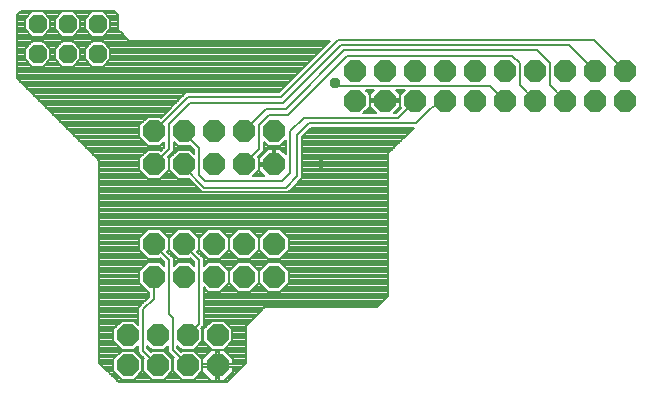
<source format=gtl>
G75*
G70*
%OFA0B0*%
%FSLAX24Y24*%
%IPPOS*%
%LPD*%
%AMOC8*
5,1,8,0,0,1.08239X$1,22.5*
%
%ADD10OC8,0.0614*%
%ADD11OC8,0.0740*%
%ADD12C,0.0080*%
%ADD13C,0.0376*%
%ADD14C,0.0290*%
D10*
X001015Y011265D03*
X002015Y011265D03*
X003015Y011265D03*
X003015Y012265D03*
X002015Y012265D03*
X001015Y012265D03*
D11*
X004890Y008690D03*
X005890Y008690D03*
X006890Y008690D03*
X007890Y008690D03*
X008890Y008690D03*
X008890Y007590D03*
X007890Y007590D03*
X006890Y007590D03*
X005890Y007590D03*
X004890Y007590D03*
X004890Y004940D03*
X005890Y004940D03*
X006890Y004940D03*
X007890Y004940D03*
X008890Y004940D03*
X008890Y003840D03*
X007890Y003840D03*
X006890Y003840D03*
X005890Y003840D03*
X004890Y003840D03*
X005015Y001890D03*
X006015Y001890D03*
X007015Y001890D03*
X007015Y000890D03*
X006015Y000890D03*
X005015Y000890D03*
X004015Y000890D03*
X004015Y001890D03*
X011597Y009712D03*
X012597Y009712D03*
X013597Y009712D03*
X014597Y009712D03*
X015597Y009712D03*
X016597Y009712D03*
X017597Y009712D03*
X018597Y009712D03*
X019597Y009712D03*
X020597Y009712D03*
X020597Y010712D03*
X019597Y010712D03*
X018597Y010712D03*
X017597Y010712D03*
X016597Y010712D03*
X015597Y010712D03*
X014597Y010712D03*
X013597Y010712D03*
X012597Y010712D03*
X011597Y010712D03*
D12*
X003070Y007715D02*
X003070Y000965D01*
X003715Y000320D01*
X007315Y000320D01*
X007960Y000965D01*
X007960Y002215D01*
X008460Y002715D01*
X008460Y002715D01*
X008565Y002820D01*
X012315Y002820D01*
X012710Y003215D01*
X012710Y007965D01*
X013550Y008805D01*
X010131Y008805D01*
X009825Y008499D01*
X009825Y007124D01*
X009450Y006749D01*
X009356Y006655D01*
X006499Y006655D01*
X006054Y007100D01*
X005687Y007100D01*
X005400Y007387D01*
X005400Y007793D01*
X005687Y008080D01*
X006093Y008080D01*
X006230Y007943D01*
X006230Y008074D01*
X006098Y008205D01*
X006093Y008200D01*
X005687Y008200D01*
X005550Y008337D01*
X005550Y008024D01*
X005456Y007930D01*
X005456Y007930D01*
X005350Y007823D01*
X005380Y007793D01*
X005380Y007387D01*
X005093Y007100D01*
X004687Y007100D01*
X004400Y007387D01*
X004400Y007793D01*
X004687Y008080D01*
X005093Y008080D01*
X005123Y008050D01*
X005230Y008156D01*
X005230Y008337D01*
X005093Y008200D01*
X004687Y008200D01*
X004400Y008487D01*
X004400Y008893D01*
X004687Y009180D01*
X005093Y009180D01*
X005123Y009150D01*
X005974Y010000D01*
X009049Y010000D01*
X010759Y011710D01*
X004065Y011710D01*
X003960Y011815D01*
X003960Y011815D01*
X003815Y011960D01*
X003710Y012065D01*
X003710Y012565D01*
X003565Y012710D01*
X000465Y012710D01*
X000320Y012565D01*
X000320Y010465D01*
X002965Y007820D01*
X003070Y007715D01*
X003070Y007676D02*
X004400Y007676D01*
X004400Y007598D02*
X003070Y007598D01*
X003070Y007519D02*
X004400Y007519D01*
X004400Y007441D02*
X003070Y007441D01*
X003070Y007362D02*
X004425Y007362D01*
X004504Y007284D02*
X003070Y007284D01*
X003070Y007205D02*
X004582Y007205D01*
X004661Y007127D02*
X003070Y007127D01*
X003070Y007048D02*
X006106Y007048D01*
X006184Y006970D02*
X003070Y006970D01*
X003070Y006891D02*
X006263Y006891D01*
X006341Y006813D02*
X003070Y006813D01*
X003070Y006734D02*
X006420Y006734D01*
X006498Y006656D02*
X003070Y006656D01*
X003070Y006577D02*
X012710Y006577D01*
X012710Y006499D02*
X003070Y006499D01*
X003070Y006420D02*
X012710Y006420D01*
X012710Y006342D02*
X003070Y006342D01*
X003070Y006263D02*
X012710Y006263D01*
X012710Y006185D02*
X003070Y006185D01*
X003070Y006106D02*
X012710Y006106D01*
X012710Y006028D02*
X003070Y006028D01*
X003070Y005949D02*
X012710Y005949D01*
X012710Y005871D02*
X003070Y005871D01*
X003070Y005792D02*
X012710Y005792D01*
X012710Y005714D02*
X003070Y005714D01*
X003070Y005635D02*
X012710Y005635D01*
X012710Y005557D02*
X003070Y005557D01*
X003070Y005478D02*
X012710Y005478D01*
X012710Y005400D02*
X009123Y005400D01*
X009093Y005430D02*
X008687Y005430D01*
X008400Y005143D01*
X008400Y004737D01*
X008687Y004450D01*
X009093Y004450D01*
X009380Y004737D01*
X009380Y005143D01*
X009093Y005430D01*
X009202Y005321D02*
X012710Y005321D01*
X012710Y005243D02*
X009280Y005243D01*
X009359Y005164D02*
X012710Y005164D01*
X012710Y005086D02*
X009380Y005086D01*
X009380Y005007D02*
X012710Y005007D01*
X012710Y004929D02*
X009380Y004929D01*
X009380Y004850D02*
X012710Y004850D01*
X012710Y004772D02*
X009380Y004772D01*
X009336Y004693D02*
X012710Y004693D01*
X012710Y004615D02*
X009257Y004615D01*
X009179Y004536D02*
X012710Y004536D01*
X012710Y004458D02*
X009100Y004458D01*
X009093Y004330D02*
X008687Y004330D01*
X008400Y004043D01*
X008400Y003637D01*
X008687Y003350D01*
X009093Y003350D01*
X009380Y003637D01*
X009380Y004043D01*
X009093Y004330D01*
X009122Y004301D02*
X012710Y004301D01*
X012710Y004379D02*
X006550Y004379D01*
X006550Y004456D02*
X006550Y004193D01*
X006687Y004330D01*
X007093Y004330D01*
X007380Y004043D01*
X007380Y003637D01*
X007093Y003350D01*
X006687Y003350D01*
X006550Y003487D01*
X006550Y002199D01*
X006475Y002123D01*
X006505Y002093D01*
X006505Y001687D01*
X006218Y001400D01*
X005812Y001400D01*
X005675Y001537D01*
X005675Y001456D01*
X005782Y001350D01*
X005812Y001380D01*
X006218Y001380D01*
X006505Y001093D01*
X006505Y000687D01*
X006218Y000400D01*
X005812Y000400D01*
X005525Y000687D01*
X005525Y001093D01*
X005555Y001123D01*
X005449Y001230D01*
X005355Y001324D01*
X005355Y001537D01*
X005218Y001400D01*
X004812Y001400D01*
X004675Y001537D01*
X004675Y001456D01*
X004700Y001431D01*
X004782Y001350D01*
X004812Y001380D01*
X005218Y001380D01*
X005505Y001093D01*
X005505Y000687D01*
X005218Y000400D01*
X004812Y000400D01*
X004525Y000687D01*
X004525Y001093D01*
X004555Y001123D01*
X004474Y001205D01*
X004355Y001324D01*
X004355Y001537D01*
X004218Y001400D01*
X003812Y001400D01*
X003525Y001687D01*
X003525Y002093D01*
X003812Y002380D01*
X004218Y002380D01*
X004355Y002243D01*
X004355Y002806D01*
X004449Y002900D01*
X004474Y002925D01*
X004730Y003181D01*
X004730Y003350D01*
X004687Y003350D01*
X004400Y003637D01*
X004400Y004043D01*
X004687Y004330D01*
X005093Y004330D01*
X005230Y004193D01*
X005230Y004324D01*
X005098Y004455D01*
X005093Y004450D01*
X004687Y004450D01*
X004400Y004737D01*
X004400Y005143D01*
X004687Y005430D01*
X005093Y005430D01*
X005380Y005143D01*
X005380Y004737D01*
X005325Y004682D01*
X005550Y004456D01*
X005550Y004193D01*
X005687Y004330D01*
X006093Y004330D01*
X006230Y004193D01*
X006230Y004324D01*
X006098Y004455D01*
X006093Y004450D01*
X005687Y004450D01*
X005400Y004737D01*
X005400Y005143D01*
X005687Y005430D01*
X006093Y005430D01*
X006380Y005143D01*
X006380Y004737D01*
X006325Y004682D01*
X006550Y004456D01*
X006549Y004458D02*
X006680Y004458D01*
X006687Y004450D02*
X007093Y004450D01*
X007380Y004737D01*
X007380Y005143D01*
X007093Y005430D01*
X006687Y005430D01*
X006400Y005143D01*
X006400Y004737D01*
X006687Y004450D01*
X006601Y004536D02*
X006470Y004536D01*
X006523Y004615D02*
X006392Y004615D01*
X006444Y004693D02*
X006336Y004693D01*
X006380Y004772D02*
X006400Y004772D01*
X006400Y004850D02*
X006380Y004850D01*
X006380Y004929D02*
X006400Y004929D01*
X006400Y005007D02*
X006380Y005007D01*
X006380Y005086D02*
X006400Y005086D01*
X006421Y005164D02*
X006359Y005164D01*
X006280Y005243D02*
X006500Y005243D01*
X006578Y005321D02*
X006202Y005321D01*
X006123Y005400D02*
X006657Y005400D01*
X007123Y005400D02*
X007657Y005400D01*
X007687Y005430D02*
X007400Y005143D01*
X007400Y004737D01*
X007687Y004450D01*
X008093Y004450D01*
X008380Y004737D01*
X008380Y005143D01*
X008093Y005430D01*
X007687Y005430D01*
X007578Y005321D02*
X007202Y005321D01*
X007280Y005243D02*
X007500Y005243D01*
X007421Y005164D02*
X007359Y005164D01*
X007380Y005086D02*
X007400Y005086D01*
X007400Y005007D02*
X007380Y005007D01*
X007380Y004929D02*
X007400Y004929D01*
X007400Y004850D02*
X007380Y004850D01*
X007380Y004772D02*
X007400Y004772D01*
X007444Y004693D02*
X007336Y004693D01*
X007257Y004615D02*
X007523Y004615D01*
X007601Y004536D02*
X007179Y004536D01*
X007100Y004458D02*
X007680Y004458D01*
X007687Y004330D02*
X007400Y004043D01*
X007400Y003637D01*
X007687Y003350D01*
X008093Y003350D01*
X008380Y003637D01*
X008380Y004043D01*
X008093Y004330D01*
X007687Y004330D01*
X007658Y004301D02*
X007122Y004301D01*
X007201Y004222D02*
X007579Y004222D01*
X007501Y004144D02*
X007279Y004144D01*
X007358Y004065D02*
X007422Y004065D01*
X007400Y003987D02*
X007380Y003987D01*
X007380Y003908D02*
X007400Y003908D01*
X007400Y003830D02*
X007380Y003830D01*
X007380Y003751D02*
X007400Y003751D01*
X007400Y003673D02*
X007380Y003673D01*
X007337Y003594D02*
X007443Y003594D01*
X007522Y003516D02*
X007258Y003516D01*
X007180Y003437D02*
X007600Y003437D01*
X007679Y003359D02*
X007101Y003359D01*
X006679Y003359D02*
X006550Y003359D01*
X006550Y003437D02*
X006600Y003437D01*
X006550Y003280D02*
X012710Y003280D01*
X012710Y003359D02*
X009101Y003359D01*
X009180Y003437D02*
X012710Y003437D01*
X012710Y003516D02*
X009258Y003516D01*
X009337Y003594D02*
X012710Y003594D01*
X012710Y003673D02*
X009380Y003673D01*
X009380Y003751D02*
X012710Y003751D01*
X012710Y003830D02*
X009380Y003830D01*
X009380Y003908D02*
X012710Y003908D01*
X012710Y003987D02*
X009380Y003987D01*
X009358Y004065D02*
X012710Y004065D01*
X012710Y004144D02*
X009279Y004144D01*
X009201Y004222D02*
X012710Y004222D01*
X012697Y003202D02*
X006550Y003202D01*
X006550Y003123D02*
X012618Y003123D01*
X012540Y003045D02*
X006550Y003045D01*
X006550Y002966D02*
X012461Y002966D01*
X012383Y002888D02*
X006550Y002888D01*
X006550Y002809D02*
X008554Y002809D01*
X008476Y002731D02*
X006550Y002731D01*
X006550Y002652D02*
X008397Y002652D01*
X008319Y002574D02*
X006550Y002574D01*
X006550Y002495D02*
X008240Y002495D01*
X008162Y002417D02*
X006550Y002417D01*
X006550Y002338D02*
X006770Y002338D01*
X006812Y002380D02*
X006525Y002093D01*
X006525Y001687D01*
X006812Y001400D01*
X007218Y001400D01*
X007505Y001687D01*
X007505Y002093D01*
X007218Y002380D01*
X006812Y002380D01*
X006692Y002260D02*
X006550Y002260D01*
X006532Y002181D02*
X006613Y002181D01*
X006535Y002103D02*
X006495Y002103D01*
X006505Y002024D02*
X006525Y002024D01*
X006525Y001946D02*
X006505Y001946D01*
X006505Y001867D02*
X006525Y001867D01*
X006525Y001789D02*
X006505Y001789D01*
X006505Y001710D02*
X006525Y001710D01*
X006581Y001632D02*
X006449Y001632D01*
X006371Y001553D02*
X006659Y001553D01*
X006738Y001475D02*
X006292Y001475D01*
X006280Y001318D02*
X006721Y001318D01*
X006800Y001396D02*
X005735Y001396D01*
X005738Y001475D02*
X005675Y001475D01*
X005515Y001390D02*
X005515Y002465D01*
X005390Y002590D01*
X005390Y004390D01*
X004890Y004890D01*
X004890Y004940D01*
X005380Y004929D02*
X005400Y004929D01*
X005400Y005007D02*
X005380Y005007D01*
X005380Y005086D02*
X005400Y005086D01*
X005421Y005164D02*
X005359Y005164D01*
X005280Y005243D02*
X005500Y005243D01*
X005578Y005321D02*
X005202Y005321D01*
X005123Y005400D02*
X005657Y005400D01*
X005890Y004940D02*
X005890Y004890D01*
X006390Y004390D01*
X006390Y002265D01*
X006015Y001890D01*
X005355Y001475D02*
X005292Y001475D01*
X005355Y001396D02*
X004735Y001396D01*
X004738Y001475D02*
X004675Y001475D01*
X004540Y001365D02*
X004515Y001390D01*
X004515Y001590D01*
X004515Y002740D01*
X004540Y002765D01*
X004890Y003115D01*
X004890Y003840D01*
X004400Y003830D02*
X003070Y003830D01*
X003070Y003908D02*
X004400Y003908D01*
X004400Y003987D02*
X003070Y003987D01*
X003070Y004065D02*
X004422Y004065D01*
X004501Y004144D02*
X003070Y004144D01*
X003070Y004222D02*
X004579Y004222D01*
X004658Y004301D02*
X003070Y004301D01*
X003070Y004379D02*
X005175Y004379D01*
X005122Y004301D02*
X005230Y004301D01*
X005230Y004222D02*
X005201Y004222D01*
X005550Y004222D02*
X005579Y004222D01*
X005550Y004301D02*
X005658Y004301D01*
X005550Y004379D02*
X006175Y004379D01*
X006122Y004301D02*
X006230Y004301D01*
X006230Y004222D02*
X006201Y004222D01*
X006550Y004222D02*
X006579Y004222D01*
X006550Y004301D02*
X006658Y004301D01*
X005680Y004458D02*
X005549Y004458D01*
X005601Y004536D02*
X005470Y004536D01*
X005523Y004615D02*
X005392Y004615D01*
X005444Y004693D02*
X005336Y004693D01*
X005380Y004772D02*
X005400Y004772D01*
X005400Y004850D02*
X005380Y004850D01*
X004680Y004458D02*
X003070Y004458D01*
X003070Y004536D02*
X004601Y004536D01*
X004523Y004615D02*
X003070Y004615D01*
X003070Y004693D02*
X004444Y004693D01*
X004400Y004772D02*
X003070Y004772D01*
X003070Y004850D02*
X004400Y004850D01*
X004400Y004929D02*
X003070Y004929D01*
X003070Y005007D02*
X004400Y005007D01*
X004400Y005086D02*
X003070Y005086D01*
X003070Y005164D02*
X004421Y005164D01*
X004500Y005243D02*
X003070Y005243D01*
X003070Y005321D02*
X004578Y005321D01*
X004657Y005400D02*
X003070Y005400D01*
X003070Y003751D02*
X004400Y003751D01*
X004400Y003673D02*
X003070Y003673D01*
X003070Y003594D02*
X004443Y003594D01*
X004522Y003516D02*
X003070Y003516D01*
X003070Y003437D02*
X004600Y003437D01*
X004679Y003359D02*
X003070Y003359D01*
X003070Y003280D02*
X004730Y003280D01*
X004730Y003202D02*
X003070Y003202D01*
X003070Y003123D02*
X004672Y003123D01*
X004593Y003045D02*
X003070Y003045D01*
X003070Y002966D02*
X004515Y002966D01*
X004436Y002888D02*
X003070Y002888D01*
X003070Y002809D02*
X004358Y002809D01*
X004355Y002731D02*
X003070Y002731D01*
X003070Y002652D02*
X004355Y002652D01*
X004355Y002574D02*
X003070Y002574D01*
X003070Y002495D02*
X004355Y002495D01*
X004355Y002417D02*
X003070Y002417D01*
X003070Y002338D02*
X003770Y002338D01*
X003692Y002260D02*
X003070Y002260D01*
X003070Y002181D02*
X003613Y002181D01*
X003535Y002103D02*
X003070Y002103D01*
X003070Y002024D02*
X003525Y002024D01*
X003525Y001946D02*
X003070Y001946D01*
X003070Y001867D02*
X003525Y001867D01*
X003525Y001789D02*
X003070Y001789D01*
X003070Y001710D02*
X003525Y001710D01*
X003581Y001632D02*
X003070Y001632D01*
X003070Y001553D02*
X003659Y001553D01*
X003738Y001475D02*
X003070Y001475D01*
X003070Y001396D02*
X004355Y001396D01*
X004355Y001475D02*
X004292Y001475D01*
X004218Y001380D02*
X003812Y001380D01*
X003525Y001093D01*
X003525Y000687D01*
X003812Y000400D01*
X004218Y000400D01*
X004505Y000687D01*
X004505Y001093D01*
X004218Y001380D01*
X004280Y001318D02*
X004361Y001318D01*
X004359Y001239D02*
X004440Y001239D01*
X004437Y001161D02*
X004518Y001161D01*
X004525Y001082D02*
X004505Y001082D01*
X004505Y001004D02*
X004525Y001004D01*
X004525Y000925D02*
X004505Y000925D01*
X004505Y000847D02*
X004525Y000847D01*
X004525Y000768D02*
X004505Y000768D01*
X004505Y000690D02*
X004525Y000690D01*
X004601Y000611D02*
X004429Y000611D01*
X004350Y000533D02*
X004680Y000533D01*
X004758Y000454D02*
X004272Y000454D01*
X003758Y000454D02*
X003581Y000454D01*
X003659Y000376D02*
X007371Y000376D01*
X007300Y000454D02*
X007449Y000454D01*
X007379Y000533D02*
X007528Y000533D01*
X007457Y000611D02*
X007606Y000611D01*
X007525Y000679D02*
X007525Y000850D01*
X007055Y000850D01*
X007055Y000930D01*
X007525Y000930D01*
X007525Y001101D01*
X007226Y001400D01*
X007055Y001400D01*
X007055Y000930D01*
X006975Y000930D01*
X006975Y001400D01*
X006804Y001400D01*
X006505Y001101D01*
X006505Y000930D01*
X006975Y000930D01*
X006975Y000850D01*
X007055Y000850D01*
X007055Y000380D01*
X007226Y000380D01*
X007525Y000679D01*
X007525Y000690D02*
X007685Y000690D01*
X007763Y000768D02*
X007525Y000768D01*
X007525Y000847D02*
X007842Y000847D01*
X007920Y000925D02*
X007055Y000925D01*
X007055Y000847D02*
X006975Y000847D01*
X006975Y000850D02*
X006975Y000380D01*
X006804Y000380D01*
X006505Y000679D01*
X006505Y000850D01*
X006975Y000850D01*
X006975Y000925D02*
X006505Y000925D01*
X006505Y000847D02*
X006505Y000847D01*
X006505Y000768D02*
X006505Y000768D01*
X006505Y000690D02*
X006505Y000690D01*
X006573Y000611D02*
X006429Y000611D01*
X006350Y000533D02*
X006651Y000533D01*
X006730Y000454D02*
X006272Y000454D01*
X006015Y000890D02*
X005515Y001390D01*
X005440Y001239D02*
X005359Y001239D01*
X005361Y001318D02*
X005280Y001318D01*
X005437Y001161D02*
X005518Y001161D01*
X005525Y001082D02*
X005505Y001082D01*
X005505Y001004D02*
X005525Y001004D01*
X005525Y000925D02*
X005505Y000925D01*
X005505Y000847D02*
X005525Y000847D01*
X005525Y000768D02*
X005505Y000768D01*
X005505Y000690D02*
X005525Y000690D01*
X005601Y000611D02*
X005429Y000611D01*
X005350Y000533D02*
X005680Y000533D01*
X005758Y000454D02*
X005272Y000454D01*
X005015Y000890D02*
X004540Y001365D01*
X003750Y001318D02*
X003070Y001318D01*
X003070Y001239D02*
X003671Y001239D01*
X003593Y001161D02*
X003070Y001161D01*
X003070Y001082D02*
X003525Y001082D01*
X003525Y001004D02*
X003070Y001004D01*
X003110Y000925D02*
X003525Y000925D01*
X003525Y000847D02*
X003188Y000847D01*
X003267Y000768D02*
X003525Y000768D01*
X003525Y000690D02*
X003345Y000690D01*
X003424Y000611D02*
X003601Y000611D01*
X003680Y000533D02*
X003502Y000533D01*
X004338Y002260D02*
X004355Y002260D01*
X004355Y002338D02*
X004260Y002338D01*
X006359Y001239D02*
X006643Y001239D01*
X006564Y001161D02*
X006437Y001161D01*
X006505Y001082D02*
X006505Y001082D01*
X006505Y001004D02*
X006505Y001004D01*
X006975Y001004D02*
X007055Y001004D01*
X007055Y001082D02*
X006975Y001082D01*
X006975Y001161D02*
X007055Y001161D01*
X007055Y001239D02*
X006975Y001239D01*
X006975Y001318D02*
X007055Y001318D01*
X007055Y001396D02*
X006975Y001396D01*
X007230Y001396D02*
X007960Y001396D01*
X007960Y001318D02*
X007309Y001318D01*
X007387Y001239D02*
X007960Y001239D01*
X007960Y001161D02*
X007466Y001161D01*
X007525Y001082D02*
X007960Y001082D01*
X007960Y001004D02*
X007525Y001004D01*
X007055Y000768D02*
X006975Y000768D01*
X006975Y000690D02*
X007055Y000690D01*
X007055Y000611D02*
X006975Y000611D01*
X006975Y000533D02*
X007055Y000533D01*
X007055Y000454D02*
X006975Y000454D01*
X007292Y001475D02*
X007960Y001475D01*
X007960Y001553D02*
X007371Y001553D01*
X007449Y001632D02*
X007960Y001632D01*
X007960Y001710D02*
X007505Y001710D01*
X007505Y001789D02*
X007960Y001789D01*
X007960Y001867D02*
X007505Y001867D01*
X007505Y001946D02*
X007960Y001946D01*
X007960Y002024D02*
X007505Y002024D01*
X007495Y002103D02*
X007960Y002103D01*
X007960Y002181D02*
X007417Y002181D01*
X007338Y002260D02*
X008005Y002260D01*
X008083Y002338D02*
X007260Y002338D01*
X008101Y003359D02*
X008679Y003359D01*
X008600Y003437D02*
X008180Y003437D01*
X008258Y003516D02*
X008522Y003516D01*
X008443Y003594D02*
X008337Y003594D01*
X008380Y003673D02*
X008400Y003673D01*
X008400Y003751D02*
X008380Y003751D01*
X008380Y003830D02*
X008400Y003830D01*
X008400Y003908D02*
X008380Y003908D01*
X008380Y003987D02*
X008400Y003987D01*
X008422Y004065D02*
X008358Y004065D01*
X008279Y004144D02*
X008501Y004144D01*
X008579Y004222D02*
X008201Y004222D01*
X008122Y004301D02*
X008658Y004301D01*
X008680Y004458D02*
X008100Y004458D01*
X008179Y004536D02*
X008601Y004536D01*
X008523Y004615D02*
X008257Y004615D01*
X008336Y004693D02*
X008444Y004693D01*
X008400Y004772D02*
X008380Y004772D01*
X008380Y004850D02*
X008400Y004850D01*
X008400Y004929D02*
X008380Y004929D01*
X008380Y005007D02*
X008400Y005007D01*
X008400Y005086D02*
X008380Y005086D01*
X008359Y005164D02*
X008421Y005164D01*
X008500Y005243D02*
X008280Y005243D01*
X008202Y005321D02*
X008578Y005321D01*
X008657Y005400D02*
X008123Y005400D01*
X009357Y006656D02*
X012710Y006656D01*
X012710Y006734D02*
X009435Y006734D01*
X009514Y006813D02*
X012710Y006813D01*
X012710Y006891D02*
X009592Y006891D01*
X009671Y006970D02*
X012710Y006970D01*
X012710Y007048D02*
X009749Y007048D01*
X009825Y007127D02*
X012710Y007127D01*
X012710Y007205D02*
X009825Y007205D01*
X009825Y007284D02*
X012710Y007284D01*
X012710Y007362D02*
X009825Y007362D01*
X009825Y007441D02*
X012710Y007441D01*
X012710Y007519D02*
X009825Y007519D01*
X009825Y007598D02*
X012710Y007598D01*
X012710Y007676D02*
X009825Y007676D01*
X009825Y007755D02*
X012710Y007755D01*
X012710Y007833D02*
X009825Y007833D01*
X009825Y007912D02*
X012710Y007912D01*
X012735Y007990D02*
X009825Y007990D01*
X009825Y008069D02*
X012814Y008069D01*
X012892Y008147D02*
X009825Y008147D01*
X009825Y008226D02*
X012971Y008226D01*
X013049Y008304D02*
X009825Y008304D01*
X009825Y008383D02*
X013128Y008383D01*
X013206Y008461D02*
X009825Y008461D01*
X009866Y008540D02*
X013285Y008540D01*
X013363Y008618D02*
X009944Y008618D01*
X010023Y008697D02*
X013442Y008697D01*
X013520Y008775D02*
X010101Y008775D01*
X010065Y008965D02*
X009665Y008565D01*
X009665Y007190D01*
X009290Y006815D01*
X006565Y006815D01*
X005890Y007490D01*
X005890Y007590D01*
X005400Y007598D02*
X005380Y007598D01*
X005380Y007676D02*
X005400Y007676D01*
X005400Y007755D02*
X005380Y007755D01*
X005359Y007833D02*
X005440Y007833D01*
X005438Y007912D02*
X005519Y007912D01*
X005516Y007990D02*
X005597Y007990D01*
X005550Y008069D02*
X005676Y008069D01*
X005550Y008147D02*
X006157Y008147D01*
X006104Y008069D02*
X006230Y008069D01*
X006230Y007990D02*
X006183Y007990D01*
X006390Y008140D02*
X005890Y008640D01*
X005890Y008690D01*
X005390Y008940D02*
X005390Y008090D01*
X004890Y007590D01*
X004519Y007912D02*
X002873Y007912D01*
X002795Y007990D02*
X004597Y007990D01*
X004676Y008069D02*
X002716Y008069D01*
X002638Y008147D02*
X005221Y008147D01*
X005230Y008226D02*
X005118Y008226D01*
X005197Y008304D02*
X005230Y008304D01*
X005550Y008304D02*
X005583Y008304D01*
X005550Y008226D02*
X005662Y008226D01*
X005142Y008069D02*
X005104Y008069D01*
X004662Y008226D02*
X002559Y008226D01*
X002481Y008304D02*
X004583Y008304D01*
X004505Y008383D02*
X002402Y008383D01*
X002324Y008461D02*
X004426Y008461D01*
X004400Y008540D02*
X002245Y008540D01*
X002167Y008618D02*
X004400Y008618D01*
X004400Y008697D02*
X002088Y008697D01*
X002010Y008775D02*
X004400Y008775D01*
X004400Y008854D02*
X001931Y008854D01*
X001853Y008932D02*
X004439Y008932D01*
X004518Y009011D02*
X001774Y009011D01*
X001696Y009089D02*
X004596Y009089D01*
X004675Y009168D02*
X001617Y009168D01*
X001539Y009246D02*
X005220Y009246D01*
X005298Y009325D02*
X001460Y009325D01*
X001382Y009403D02*
X005377Y009403D01*
X005455Y009482D02*
X001303Y009482D01*
X001225Y009560D02*
X005534Y009560D01*
X005612Y009639D02*
X001146Y009639D01*
X001068Y009717D02*
X005691Y009717D01*
X005769Y009796D02*
X000989Y009796D01*
X000911Y009874D02*
X005848Y009874D01*
X005926Y009953D02*
X000832Y009953D01*
X000754Y010031D02*
X009080Y010031D01*
X009158Y010110D02*
X000675Y010110D01*
X000597Y010188D02*
X009237Y010188D01*
X009315Y010267D02*
X000518Y010267D01*
X000440Y010345D02*
X009394Y010345D01*
X009472Y010424D02*
X000361Y010424D01*
X000320Y010502D02*
X009551Y010502D01*
X009629Y010581D02*
X000320Y010581D01*
X000320Y010659D02*
X009708Y010659D01*
X009786Y010738D02*
X000320Y010738D01*
X000320Y010816D02*
X009865Y010816D01*
X009943Y010895D02*
X003248Y010895D01*
X003192Y010838D02*
X003442Y011088D01*
X003442Y011442D01*
X003192Y011692D01*
X002838Y011692D01*
X002588Y011442D01*
X002588Y011088D01*
X002838Y010838D01*
X003192Y010838D01*
X003327Y010973D02*
X010022Y010973D01*
X010100Y011052D02*
X003405Y011052D01*
X003442Y011130D02*
X010179Y011130D01*
X010257Y011209D02*
X003442Y011209D01*
X003442Y011287D02*
X010336Y011287D01*
X010414Y011366D02*
X003442Y011366D01*
X003440Y011444D02*
X010493Y011444D01*
X010571Y011523D02*
X003361Y011523D01*
X003283Y011601D02*
X010650Y011601D01*
X010728Y011680D02*
X003204Y011680D01*
X003192Y011838D02*
X002838Y011838D01*
X002588Y012088D01*
X002588Y012442D01*
X002838Y012692D01*
X003192Y012692D01*
X003442Y012442D01*
X003442Y012088D01*
X003192Y011838D01*
X003269Y011915D02*
X003860Y011915D01*
X003782Y011994D02*
X003347Y011994D01*
X003426Y012072D02*
X003710Y012072D01*
X003710Y012151D02*
X003442Y012151D01*
X003442Y012229D02*
X003710Y012229D01*
X003710Y012308D02*
X003442Y012308D01*
X003442Y012386D02*
X003710Y012386D01*
X003710Y012465D02*
X003419Y012465D01*
X003341Y012543D02*
X003710Y012543D01*
X003654Y012622D02*
X003262Y012622D01*
X003575Y012700D02*
X000455Y012700D01*
X000376Y012622D02*
X000768Y012622D01*
X000838Y012692D02*
X000588Y012442D01*
X000588Y012088D01*
X000838Y011838D01*
X001192Y011838D01*
X001442Y012088D01*
X001442Y012442D01*
X001192Y012692D01*
X000838Y012692D01*
X000689Y012543D02*
X000320Y012543D01*
X000320Y012465D02*
X000611Y012465D01*
X000588Y012386D02*
X000320Y012386D01*
X000320Y012308D02*
X000588Y012308D01*
X000588Y012229D02*
X000320Y012229D01*
X000320Y012151D02*
X000588Y012151D01*
X000604Y012072D02*
X000320Y012072D01*
X000320Y011994D02*
X000683Y011994D01*
X000761Y011915D02*
X000320Y011915D01*
X000320Y011837D02*
X003939Y011837D01*
X004017Y011758D02*
X000320Y011758D01*
X000320Y011680D02*
X000826Y011680D01*
X000838Y011692D02*
X000588Y011442D01*
X000588Y011088D01*
X000838Y010838D01*
X001192Y010838D01*
X001442Y011088D01*
X001442Y011442D01*
X001192Y011692D01*
X000838Y011692D01*
X000747Y011601D02*
X000320Y011601D01*
X000320Y011523D02*
X000669Y011523D01*
X000590Y011444D02*
X000320Y011444D01*
X000320Y011366D02*
X000588Y011366D01*
X000588Y011287D02*
X000320Y011287D01*
X000320Y011209D02*
X000588Y011209D01*
X000588Y011130D02*
X000320Y011130D01*
X000320Y011052D02*
X000625Y011052D01*
X000703Y010973D02*
X000320Y010973D01*
X000320Y010895D02*
X000782Y010895D01*
X001248Y010895D02*
X001782Y010895D01*
X001838Y010838D02*
X002192Y010838D01*
X002442Y011088D01*
X002442Y011442D01*
X002192Y011692D01*
X001838Y011692D01*
X001588Y011442D01*
X001588Y011088D01*
X001838Y010838D01*
X001703Y010973D02*
X001327Y010973D01*
X001405Y011052D02*
X001625Y011052D01*
X001588Y011130D02*
X001442Y011130D01*
X001442Y011209D02*
X001588Y011209D01*
X001588Y011287D02*
X001442Y011287D01*
X001442Y011366D02*
X001588Y011366D01*
X001590Y011444D02*
X001440Y011444D01*
X001361Y011523D02*
X001669Y011523D01*
X001747Y011601D02*
X001283Y011601D01*
X001204Y011680D02*
X001826Y011680D01*
X001838Y011838D02*
X002192Y011838D01*
X002442Y012088D01*
X002442Y012442D01*
X002192Y012692D01*
X001838Y012692D01*
X001588Y012442D01*
X001588Y012088D01*
X001838Y011838D01*
X001761Y011915D02*
X001269Y011915D01*
X001347Y011994D02*
X001683Y011994D01*
X001604Y012072D02*
X001426Y012072D01*
X001442Y012151D02*
X001588Y012151D01*
X001588Y012229D02*
X001442Y012229D01*
X001442Y012308D02*
X001588Y012308D01*
X001588Y012386D02*
X001442Y012386D01*
X001419Y012465D02*
X001611Y012465D01*
X001689Y012543D02*
X001341Y012543D01*
X001262Y012622D02*
X001768Y012622D01*
X002262Y012622D02*
X002768Y012622D01*
X002689Y012543D02*
X002341Y012543D01*
X002419Y012465D02*
X002611Y012465D01*
X002588Y012386D02*
X002442Y012386D01*
X002442Y012308D02*
X002588Y012308D01*
X002588Y012229D02*
X002442Y012229D01*
X002442Y012151D02*
X002588Y012151D01*
X002604Y012072D02*
X002426Y012072D01*
X002347Y011994D02*
X002683Y011994D01*
X002761Y011915D02*
X002269Y011915D01*
X002204Y011680D02*
X002826Y011680D01*
X002747Y011601D02*
X002283Y011601D01*
X002361Y011523D02*
X002669Y011523D01*
X002590Y011444D02*
X002440Y011444D01*
X002442Y011366D02*
X002588Y011366D01*
X002588Y011287D02*
X002442Y011287D01*
X002442Y011209D02*
X002588Y011209D01*
X002588Y011130D02*
X002442Y011130D01*
X002405Y011052D02*
X002625Y011052D01*
X002703Y010973D02*
X002327Y010973D01*
X002248Y010895D02*
X002782Y010895D01*
X005105Y009168D02*
X005141Y009168D01*
X005390Y008940D02*
X006090Y009640D01*
X009190Y009640D01*
X011115Y011565D01*
X018744Y011565D01*
X019597Y010712D01*
X020597Y010712D02*
X019569Y011740D01*
X011015Y011740D01*
X009115Y009840D01*
X006040Y009840D01*
X004890Y008690D01*
X004440Y007833D02*
X002952Y007833D01*
X003030Y007755D02*
X004400Y007755D01*
X005198Y007205D02*
X005582Y007205D01*
X005661Y007127D02*
X005119Y007127D01*
X005276Y007284D02*
X005504Y007284D01*
X005425Y007362D02*
X005355Y007362D01*
X005380Y007441D02*
X005400Y007441D01*
X005400Y007519D02*
X005380Y007519D01*
X006390Y007240D02*
X006390Y008140D01*
X006390Y007240D02*
X006590Y007040D01*
X009165Y007040D01*
X009440Y007315D01*
X009440Y008690D01*
X009890Y009140D01*
X013025Y009140D01*
X013597Y009712D01*
X013223Y010031D02*
X012999Y010031D01*
X012975Y010055D02*
X013107Y009923D01*
X013107Y009752D01*
X012637Y009752D01*
X012637Y009672D01*
X013107Y009672D01*
X013107Y009501D01*
X012906Y009300D01*
X012959Y009300D01*
X013137Y009479D01*
X013107Y009509D01*
X013107Y009915D01*
X013247Y010055D01*
X012975Y010055D01*
X013077Y009953D02*
X013145Y009953D01*
X013107Y009874D02*
X013107Y009874D01*
X013107Y009796D02*
X013107Y009796D01*
X013107Y009717D02*
X012637Y009717D01*
X012557Y009717D02*
X012087Y009717D01*
X012087Y009752D02*
X012557Y009752D01*
X012557Y009672D01*
X012087Y009672D01*
X012087Y009501D01*
X012287Y009300D01*
X011878Y009300D01*
X012087Y009509D01*
X012087Y009915D01*
X011947Y010055D01*
X012219Y010055D01*
X012087Y009923D01*
X012087Y009752D01*
X012087Y009796D02*
X012087Y009796D01*
X012087Y009874D02*
X012087Y009874D01*
X012116Y009953D02*
X012049Y009953D01*
X011971Y010031D02*
X012195Y010031D01*
X012087Y009639D02*
X012087Y009639D01*
X012087Y009560D02*
X012087Y009560D01*
X012106Y009482D02*
X012060Y009482D01*
X011981Y009403D02*
X012184Y009403D01*
X012263Y009325D02*
X011903Y009325D01*
X012931Y009325D02*
X012983Y009325D01*
X013009Y009403D02*
X013062Y009403D01*
X013088Y009482D02*
X013134Y009482D01*
X013107Y009560D02*
X013107Y009560D01*
X013107Y009639D02*
X013107Y009639D01*
X013615Y008965D02*
X010065Y008965D01*
X009365Y009240D02*
X008740Y009240D01*
X008390Y008890D01*
X008390Y008090D01*
X007890Y007590D01*
X008380Y007598D02*
X008850Y007598D01*
X008850Y007630D02*
X008850Y007550D01*
X008380Y007550D01*
X008380Y007379D01*
X008559Y007200D01*
X008193Y007200D01*
X008380Y007387D01*
X008380Y007793D01*
X008350Y007823D01*
X008550Y008024D01*
X008550Y008337D01*
X008687Y008200D01*
X009093Y008200D01*
X009280Y008387D01*
X009280Y007921D01*
X009101Y008100D01*
X008930Y008100D01*
X008930Y007630D01*
X008850Y007630D01*
X008850Y008100D01*
X008679Y008100D01*
X008380Y007801D01*
X008380Y007630D01*
X008850Y007630D01*
X008850Y007676D02*
X008930Y007676D01*
X008930Y007755D02*
X008850Y007755D01*
X008850Y007833D02*
X008930Y007833D01*
X008930Y007912D02*
X008850Y007912D01*
X008850Y007990D02*
X008930Y007990D01*
X008930Y008069D02*
X008850Y008069D01*
X008647Y008069D02*
X008550Y008069D01*
X008550Y008147D02*
X009280Y008147D01*
X009280Y008069D02*
X009133Y008069D01*
X009211Y007990D02*
X009280Y007990D01*
X009280Y008226D02*
X009118Y008226D01*
X009197Y008304D02*
X009280Y008304D01*
X009275Y008383D02*
X009280Y008383D01*
X008662Y008226D02*
X008550Y008226D01*
X008550Y008304D02*
X008583Y008304D01*
X008569Y007990D02*
X008516Y007990D01*
X008490Y007912D02*
X008438Y007912D01*
X008412Y007833D02*
X008359Y007833D01*
X008380Y007755D02*
X008380Y007755D01*
X008380Y007676D02*
X008380Y007676D01*
X008380Y007519D02*
X008380Y007519D01*
X008380Y007441D02*
X008380Y007441D01*
X008397Y007362D02*
X008355Y007362D01*
X008276Y007284D02*
X008475Y007284D01*
X008554Y007205D02*
X008198Y007205D01*
X007890Y008690D02*
X008640Y009440D01*
X009290Y009440D01*
X011240Y011390D01*
X017665Y011390D01*
X018090Y010965D01*
X018090Y010219D01*
X018597Y009712D01*
X017597Y009712D02*
X017090Y010219D01*
X017090Y010965D01*
X016840Y011215D01*
X011340Y011215D01*
X009365Y009240D01*
X010915Y010290D02*
X010990Y010215D01*
X011065Y010215D01*
X015490Y010215D01*
X016094Y010215D01*
X016597Y009712D01*
X014597Y009712D02*
X014115Y009465D01*
X013615Y008965D01*
D13*
X010915Y010290D03*
D14*
X010465Y007615D03*
M02*

</source>
